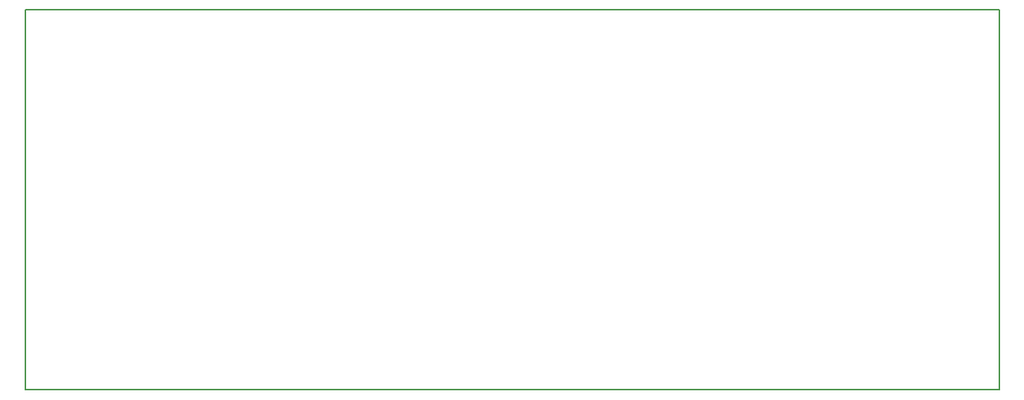
<source format=gm1>
G04 #@! TF.GenerationSoftware,KiCad,Pcbnew,(5.1.9)-1*
G04 #@! TF.CreationDate,2021-10-01T14:54:33+02:00*
G04 #@! TF.ProjectId,PSU,5053552e-6b69-4636-9164-5f7063625858,rev?*
G04 #@! TF.SameCoordinates,Original*
G04 #@! TF.FileFunction,Profile,NP*
%FSLAX46Y46*%
G04 Gerber Fmt 4.6, Leading zero omitted, Abs format (unit mm)*
G04 Created by KiCad (PCBNEW (5.1.9)-1) date 2021-10-01 14:54:33*
%MOMM*%
%LPD*%
G01*
G04 APERTURE LIST*
G04 #@! TA.AperFunction,Profile*
%ADD10C,0.150000*%
G04 #@! TD*
G04 APERTURE END LIST*
D10*
X161290000Y-93980000D02*
X50800000Y-93980000D01*
X161290000Y-50800000D02*
X161290000Y-93980000D01*
X50800000Y-50800000D02*
X161290000Y-50800000D01*
X50800000Y-93980000D02*
X50800000Y-50800000D01*
M02*

</source>
